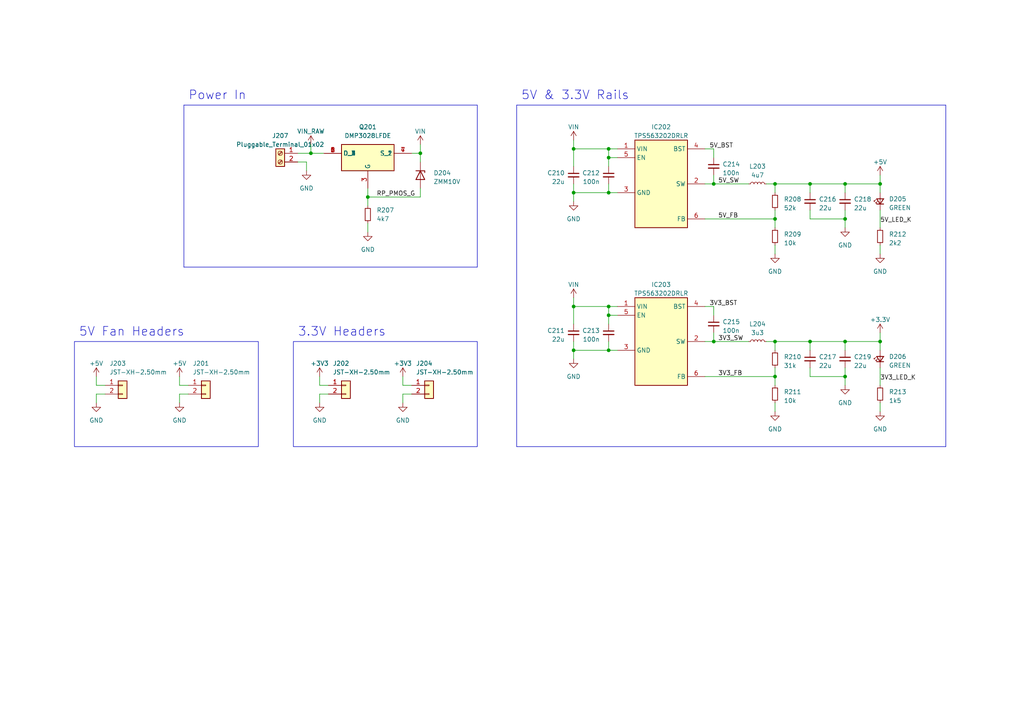
<source format=kicad_sch>
(kicad_sch (version 20230121) (generator eeschema)
  (paper "A4")
  (lib_symbols
    (symbol "DMP3028LFDE-7:DMP3028LFDE"
      (property "Reference" "Q" (at -6.35 8.89 0))
      (property "Value" "DMP3028LFDE" (at -6.35 6.35 0))
      (symbol "DMP3028LFDE_1_1"
        (rectangle (start -7.62 3.81) (end 7.62 -3.81) (stroke (width 0.254)) (fill (type background)))
        (pin passive line (at -12.7 1.27 0) (length 5.08) (name "D_1") (number "1"))
        (pin passive line (at -12.7 1.27 0) (length 5.08) (name "D_2") (number "2"))
        (pin passive line (at 0 -8.89 90) (length 5.08) (name "G") (number "3"))
        (pin passive line (at 12.7 1.27 180) (length 5.08) (name "S_1") (number "4"))
        (pin passive line (at -12.7 1.27 0) (length 5.08) (name "D_3") (number "5"))
        (pin passive line (at -12.7 1.27 0) (length 5.08) (name "D_4") (number "6"))
        (pin passive line (at 12.7 1.27 180) (length 5.08) (name "S_2") (number "7"))
      )
    )
    (symbol "Device:C_Small" (pin_numbers hide) (pin_names (offset 0.254) hide)
      (property "Reference" "C" (at 0.254 1.778 0))
      (property "Value" "C_Small" (at 0.254 -2.032 0))
      (symbol "C_Small_0_1"
        (polyline (pts (xy -1.524 -0.508) (xy 1.524 -0.508)) (stroke (width 0.3302)))
        (polyline (pts (xy -1.524 0.508) (xy 1.524 0.508)) (stroke (width 0.3048)))
      )
      (symbol "C_Small_1_1"
        (pin passive line (at 0 2.54 270) (length 2.032) (name "~") (number "1"))
        (pin passive line (at 0 -2.54 90) (length 2.032) (name "~") (number "2"))
      )
    )
    (symbol "Device:LED_Small" (pin_numbers hide) (pin_names (offset 0.254) hide)
      (property "Reference" "D" (at -1.27 3.175 0))
      (property "Value" "LED_Small" (at -4.445 -2.54 0))
      (symbol "LED_Small_0_1"
        (polyline (pts (xy -0.762 -1.016) (xy -0.762 1.016)) (stroke (width 0.254)))
        (polyline (pts (xy 1.016 0) (xy -0.762 0)))
        (polyline (pts (xy 0.762 -1.016) (xy -0.762 0) (xy 0.762 1.016) (xy 0.762 -1.016)) (stroke (width 0.254)))
        (polyline (pts (xy 0 0.762) (xy -0.508 1.27) (xy -0.254 1.27) (xy -0.508 1.27) (xy -0.508 1.016)))
        (polyline (pts (xy 0.508 1.27) (xy 0 1.778) (xy 0.254 1.778) (xy 0 1.778) (xy 0 1.524)))
      )
      (symbol "LED_Small_1_1"
        (pin passive line (at -2.54 0 0) (length 1.778) (name "K") (number "1"))
        (pin passive line (at 2.54 0 180) (length 1.778) (name "A") (number "2"))
      )
    )
    (symbol "Device:L_Small" (pin_numbers hide) (pin_names (offset 0.254) hide)
      (property "Reference" "L" (at 0.762 1.016 0))
      (property "Value" "L_Small" (at 0.762 -1.016 0))
      (symbol "L_Small_0_1"
        (arc (start 0 -2.032) (mid 0.5058 -1.524) (end 0 -1.016))
        (arc (start 0 -1.016) (mid 0.5058 -0.508) (end 0 0))
        (arc (start 0 0) (mid 0.5058 0.508) (end 0 1.016))
        (arc (start 0 1.016) (mid 0.5058 1.524) (end 0 2.032))
      )
      (symbol "L_Small_1_1"
        (pin passive line (at 0 2.54 270) (length 0.508) (name "~") (number "1"))
        (pin passive line (at 0 -2.54 90) (length 0.508) (name "~") (number "2"))
      )
    )
    (symbol "Device:R_Small" (pin_numbers hide) (pin_names (offset 0.254) hide)
      (property "Reference" "R" (at 0.762 0.508 0))
      (property "Value" "R_Small" (at 0.762 -1.016 0))
      (symbol "R_Small_0_1"
        (rectangle (start -0.762 1.778) (end 0.762 -1.778) (stroke (width 0.2032)))
      )
      (symbol "R_Small_1_1"
        (pin passive line (at 0 2.54 270) (length 0.762) (name "~") (number "1"))
        (pin passive line (at 0 -2.54 90) (length 0.762) (name "~") (number "2"))
      )
    )
    (symbol "Diode:ZMMxx" (pin_numbers hide) (pin_names hide)
      (property "Reference" "D" (at 0 2.54 0))
      (property "Value" "ZMMxx" (at 0 -2.54 0))
      (symbol "ZMMxx_0_1"
        (polyline (pts (xy 1.27 0) (xy -1.27 0)))
        (polyline (pts (xy -1.27 -1.27) (xy -1.27 1.27) (xy -0.762 1.27)) (stroke (width 0.254)))
        (polyline (pts (xy 1.27 -1.27) (xy 1.27 1.27) (xy -1.27 0) (xy 1.27 -1.27)) (stroke (width 0.254)))
      )
      (symbol "ZMMxx_1_1"
        (pin passive line (at -3.81 0 0) (length 2.54) (name "K") (number "1"))
        (pin passive line (at 3.81 0 180) (length 2.54) (name "A") (number "2"))
      )
    )
    (symbol "MSL_Symbols:JST_2.5mm_1x2" (pin_names (offset 0.002) hide)
      (property "Reference" "J" (at 0 7.62 0))
      (property "Value" "JST-XH-2.50mm" (at 0 5.08 0))
      (symbol "JST_2.5mm_1x2_1_1"
        (rectangle (start -1.27 -1.143) (end 0 -1.397) (stroke (width 0.1524)))
        (rectangle (start -1.27 1.397) (end 0 1.143) (stroke (width 0.1524)))
        (rectangle (start -1.27 2.54) (end 1.27 -2.54) (stroke (width 0.254)) (fill (type background)))
        (pin passive line (at -5.08 1.27 0) (length 3.81) (name "Pin_1") (number "1"))
        (pin passive line (at -5.08 -1.27 0) (length 3.81) (name "Pin_2") (number "2"))
      )
    )
    (symbol "MSL_Symbols:Pluggable_Terminal_01x02" (pin_names (offset 1.016) hide)
      (property "Reference" "J" (at 0 2.54 0))
      (property "Value" "Pluggable_Terminal_01x02" (at 0 -5.08 0))
      (symbol "Pluggable_Terminal_01x02_1_1"
        (rectangle (start -1.27 1.27) (end 1.27 -3.81) (stroke (width 0.254)) (fill (type background)))
        (circle (center 0 -2.54) (radius 0.635) (stroke (width 0.1524)))
        (polyline (pts (xy -0.5334 -2.2098) (xy 0.3302 -3.048)) (stroke (width 0.1524)))
        (polyline (pts (xy -0.5334 0.3302) (xy 0.3302 -0.508)) (stroke (width 0.1524)))
        (polyline (pts (xy -0.3556 -2.032) (xy 0.508 -2.8702)) (stroke (width 0.1524)))
        (polyline (pts (xy -0.3556 0.508) (xy 0.508 -0.3302)) (stroke (width 0.1524)))
        (circle (center 0 0) (radius 0.635) (stroke (width 0.1524)))
        (pin passive line (at -5.08 0 0) (length 3.81) (name "Pin_1") (number "1"))
        (pin passive line (at -5.08 -2.54 0) (length 3.81) (name "Pin_2") (number "2"))
      )
    )
    (symbol "MSL_Symbols:VIN_RAW" (power) (pin_names (offset 0))
      (property "Value" "VIN_RAW" (at 0 3.81 0))
      (symbol "VIN_RAW_0_1"
        (polyline (pts (xy -0.762 1.27) (xy 0 2.54)))
        (polyline (pts (xy 0 0) (xy 0 2.54)))
        (polyline (pts (xy 0 2.54) (xy 0.762 1.27)))
      )
      (symbol "VIN_RAW_1_1"
        (pin power_in line (at 0 0 90) (length 0) hide (name "VIN_RAW") (number "1"))
      )
    )
    (symbol "Personal Library:VIN" (power) (pin_names (offset 0))
      (property "Value" "VIN" (at 0 3.556 0))
      (symbol "VIN_0_1"
        (polyline (pts (xy -0.762 1.27) (xy 0 2.54)))
        (polyline (pts (xy 0 0) (xy 0 2.54)))
        (polyline (pts (xy 0 2.54) (xy 0.762 1.27)))
      )
      (symbol "VIN_1_1"
        (pin power_in line (at 0 0 90) (length 0) hide (name "VIN") (number "1"))
      )
    )
    (symbol "TPS563202DRLR:TPS563202DRLR"
      (property "Reference" "IC" (at 21.59 7.62 0))
      (property "Value" "TPS563202DRLR" (at 21.59 5.08 0))
      (symbol "TPS563202DRLR_1_1"
        (rectangle (start 5.08 2.54) (end 20.32 -22.86) (stroke (width 0.254)) (fill (type background)))
        (pin passive line (at 0 0 0) (length 5.08) (name "VIN") (number "1"))
        (pin passive line (at 25.4 -10.16 180) (length 5.08) (name "SW") (number "2"))
        (pin passive line (at 0 -12.7 0) (length 5.08) (name "GND") (number "3"))
        (pin passive line (at 25.4 0 180) (length 5.08) (name "BST") (number "4"))
        (pin passive line (at 0 -2.54 0) (length 5.08) (name "EN") (number "5"))
        (pin passive line (at 25.4 -20.32 180) (length 5.08) (name "FB") (number "6"))
      )
    )
    (symbol "power:+3.3V" (power) (pin_names (offset 0))
      (property "Value" "+3.3V" (at 0 3.556 0))
      (symbol "+3.3V_0_1"
        (polyline (pts (xy -0.762 1.27) (xy 0 2.54)))
        (polyline (pts (xy 0 0) (xy 0 2.54)))
        (polyline (pts (xy 0 2.54) (xy 0.762 1.27)))
      )
      (symbol "+3.3V_1_1"
        (pin power_in line (at 0 0 90) (length 0) hide (name "+3.3V") (number "1"))
      )
    )
    (symbol "power:+3V3" (power) (pin_names (offset 0))
      (property "Value" "+3V3" (at 0 3.556 0))
      (symbol "+3V3_0_1"
        (polyline (pts (xy -0.762 1.27) (xy 0 2.54)))
        (polyline (pts (xy 0 0) (xy 0 2.54)))
        (polyline (pts (xy 0 2.54) (xy 0.762 1.27)))
      )
      (symbol "+3V3_1_1"
        (pin power_in line (at 0 0 90) (length 0) hide (name "+3V3") (number "1"))
      )
    )
    (symbol "power:+5V" (power) (pin_names (offset 0))
      (property "Value" "+5V" (at 0 3.556 0))
      (symbol "+5V_0_1"
        (polyline (pts (xy -0.762 1.27) (xy 0 2.54)))
        (polyline (pts (xy 0 0) (xy 0 2.54)))
        (polyline (pts (xy 0 2.54) (xy 0.762 1.27)))
      )
      (symbol "+5V_1_1"
        (pin power_in line (at 0 0 90) (length 0) hide (name "+5V") (number "1"))
      )
    )
    (symbol "power:GND" (power) (pin_names (offset 0))
      (property "Value" "GND" (at 0 -3.81 0))
      (symbol "GND_0_1"
        (polyline (pts (xy 0 0) (xy 0 -1.27) (xy 1.27 -1.27) (xy 0 -2.54) (xy -1.27 -1.27) (xy 0 -1.27)))
      )
      (symbol "GND_1_1"
        (pin power_in line (at 0 0 270) (length 0) hide (name "GND") (number "1"))
      )
    )
  )
  (junction (at 176.53 45.72))
  (junction (at 234.95 99.06))
  (junction (at 224.79 109.22))
  (junction (at 176.53 43.18))
  (junction (at 245.11 109.22))
  (junction (at 245.11 63.5))
  (junction (at 106.68 57.15))
  (junction (at 224.79 53.34))
  (junction (at 255.27 99.06))
  (junction (at 176.53 91.44))
  (junction (at 176.53 55.88))
  (junction (at 255.27 53.34))
  (junction (at 166.37 88.9))
  (junction (at 207.01 53.34))
  (junction (at 166.37 43.18))
  (junction (at 245.11 53.34))
  (junction (at 224.79 63.5))
  (junction (at 234.95 53.34))
  (junction (at 166.37 55.88))
  (junction (at 90.17 44.45))
  (junction (at 207.01 99.06))
  (junction (at 166.37 101.6))
  (junction (at 176.53 88.9))
  (junction (at 245.11 99.06))
  (junction (at 176.53 101.6))
  (junction (at 224.79 99.06))
  (junction (at 121.92 44.45))
  (wire (pts (xy 234.95 99.06) (xy 224.79 99.06)))
  (wire (pts (xy 90.17 44.45) (xy 93.98 44.45)))
  (wire (pts (xy 176.53 99.06) (xy 176.53 101.6)))
  (wire (pts (xy 207.01 45.72) (xy 207.01 43.18)))
  (wire (pts (xy 30.48 111.76) (xy 27.94 111.76)))
  (wire (pts (xy 245.11 101.6) (xy 245.11 99.06)))
  (wire (pts (xy 95.25 111.76) (xy 92.71 111.76)))
  (wire (pts (xy 92.71 111.76) (xy 92.71 109.22)))
  (polyline (pts (xy 274.32 129.54) (xy 149.86 129.54)))
  (wire (pts (xy 207.01 53.34) (xy 204.47 53.34)))
  (wire (pts (xy 121.92 54.61) (xy 121.92 57.15)))
  (wire (pts (xy 106.68 57.15) (xy 106.68 54.61)))
  (wire (pts (xy 166.37 101.6) (xy 176.53 101.6)))
  (wire (pts (xy 176.53 43.18) (xy 176.53 45.72)))
  (wire (pts (xy 207.01 91.44) (xy 207.01 88.9)))
  (wire (pts (xy 119.38 111.76) (xy 116.84 111.76)))
  (wire (pts (xy 245.11 53.34) (xy 234.95 53.34)))
  (wire (pts (xy 245.11 99.06) (xy 234.95 99.06)))
  (wire (pts (xy 121.92 57.15) (xy 106.68 57.15)))
  (wire (pts (xy 166.37 88.9) (xy 176.53 88.9)))
  (wire (pts (xy 179.07 88.9) (xy 176.53 88.9)))
  (wire (pts (xy 207.01 96.52) (xy 207.01 99.06)))
  (wire (pts (xy 207.01 99.06) (xy 204.47 99.06)))
  (wire (pts (xy 255.27 96.52) (xy 255.27 99.06)))
  (wire (pts (xy 176.53 88.9) (xy 176.53 91.44)))
  (polyline (pts (xy 53.34 30.48) (xy 53.34 77.47)))
  (wire (pts (xy 88.9 49.53) (xy 88.9 46.99)))
  (wire (pts (xy 234.95 101.6) (xy 234.95 99.06)))
  (wire (pts (xy 106.68 57.15) (xy 106.68 59.69)))
  (wire (pts (xy 204.47 109.22) (xy 224.79 109.22)))
  (wire (pts (xy 166.37 88.9) (xy 166.37 93.98)))
  (wire (pts (xy 116.84 116.84) (xy 116.84 114.3)))
  (wire (pts (xy 166.37 43.18) (xy 166.37 48.26)))
  (wire (pts (xy 106.68 64.77) (xy 106.68 67.31)))
  (wire (pts (xy 255.27 60.96) (xy 255.27 66.04)))
  (wire (pts (xy 255.27 50.8) (xy 255.27 53.34)))
  (wire (pts (xy 166.37 53.34) (xy 166.37 55.88)))
  (wire (pts (xy 245.11 109.22) (xy 245.11 111.76)))
  (wire (pts (xy 121.92 44.45) (xy 119.38 44.45)))
  (wire (pts (xy 234.95 55.88) (xy 234.95 53.34)))
  (wire (pts (xy 222.25 53.34) (xy 224.79 53.34)))
  (wire (pts (xy 224.79 109.22) (xy 224.79 106.68)))
  (wire (pts (xy 179.07 91.44) (xy 176.53 91.44)))
  (wire (pts (xy 27.94 111.76) (xy 27.94 109.22)))
  (wire (pts (xy 234.95 53.34) (xy 224.79 53.34)))
  (wire (pts (xy 207.01 50.8) (xy 207.01 53.34)))
  (wire (pts (xy 166.37 43.18) (xy 176.53 43.18)))
  (wire (pts (xy 204.47 63.5) (xy 224.79 63.5)))
  (wire (pts (xy 95.25 114.3) (xy 92.71 114.3)))
  (wire (pts (xy 90.17 41.91) (xy 90.17 44.45)))
  (wire (pts (xy 166.37 55.88) (xy 176.53 55.88)))
  (wire (pts (xy 52.07 116.84) (xy 52.07 114.3)))
  (wire (pts (xy 207.01 43.18) (xy 204.47 43.18)))
  (polyline (pts (xy 274.32 30.48) (xy 274.32 129.54)))
  (wire (pts (xy 224.79 71.12) (xy 224.79 73.66)))
  (wire (pts (xy 166.37 55.88) (xy 166.37 58.42)))
  (wire (pts (xy 224.79 53.34) (xy 224.79 55.88)))
  (wire (pts (xy 255.27 116.84) (xy 255.27 119.38)))
  (wire (pts (xy 245.11 106.68) (xy 245.11 109.22)))
  (wire (pts (xy 166.37 40.64) (xy 166.37 43.18)))
  (wire (pts (xy 255.27 101.6) (xy 255.27 99.06)))
  (wire (pts (xy 234.95 106.68) (xy 234.95 109.22)))
  (wire (pts (xy 52.07 111.76) (xy 52.07 109.22)))
  (polyline (pts (xy 138.43 77.47) (xy 53.34 77.47)))
  (wire (pts (xy 224.79 99.06) (xy 224.79 101.6)))
  (wire (pts (xy 245.11 60.96) (xy 245.11 63.5)))
  (polyline (pts (xy 53.34 30.48) (xy 138.43 30.48)))
  (wire (pts (xy 179.07 43.18) (xy 176.53 43.18)))
  (wire (pts (xy 207.01 88.9) (xy 204.47 88.9)))
  (wire (pts (xy 255.27 53.34) (xy 245.11 53.34)))
  (wire (pts (xy 245.11 63.5) (xy 245.11 66.04)))
  (wire (pts (xy 255.27 99.06) (xy 245.11 99.06)))
  (wire (pts (xy 119.38 114.3) (xy 116.84 114.3)))
  (wire (pts (xy 234.95 109.22) (xy 245.11 109.22)))
  (wire (pts (xy 30.48 114.3) (xy 27.94 114.3)))
  (wire (pts (xy 54.61 111.76) (xy 52.07 111.76)))
  (wire (pts (xy 224.79 63.5) (xy 224.79 60.96)))
  (wire (pts (xy 255.27 106.68) (xy 255.27 111.76)))
  (wire (pts (xy 234.95 60.96) (xy 234.95 63.5)))
  (wire (pts (xy 54.61 114.3) (xy 52.07 114.3)))
  (wire (pts (xy 245.11 55.88) (xy 245.11 53.34)))
  (wire (pts (xy 121.92 41.91) (xy 121.92 44.45)))
  (wire (pts (xy 224.79 63.5) (xy 224.79 66.04)))
  (wire (pts (xy 88.9 46.99) (xy 86.36 46.99)))
  (wire (pts (xy 176.53 45.72) (xy 176.53 48.26)))
  (wire (pts (xy 92.71 116.84) (xy 92.71 114.3)))
  (wire (pts (xy 207.01 53.34) (xy 217.17 53.34)))
  (wire (pts (xy 179.07 45.72) (xy 176.53 45.72)))
  (wire (pts (xy 121.92 46.99) (xy 121.92 44.45)))
  (wire (pts (xy 234.95 63.5) (xy 245.11 63.5)))
  (wire (pts (xy 166.37 99.06) (xy 166.37 101.6)))
  (wire (pts (xy 224.79 109.22) (xy 224.79 111.76)))
  (wire (pts (xy 176.53 101.6) (xy 179.07 101.6)))
  (wire (pts (xy 176.53 55.88) (xy 179.07 55.88)))
  (wire (pts (xy 255.27 71.12) (xy 255.27 73.66)))
  (wire (pts (xy 166.37 86.36) (xy 166.37 88.9)))
  (polyline (pts (xy 149.86 30.48) (xy 274.32 30.48)))
  (wire (pts (xy 116.84 111.76) (xy 116.84 109.22)))
  (polyline (pts (xy 149.86 30.48) (xy 149.86 129.54)))
  (wire (pts (xy 166.37 101.6) (xy 166.37 104.14)))
  (wire (pts (xy 224.79 116.84) (xy 224.79 119.38)))
  (wire (pts (xy 222.25 99.06) (xy 224.79 99.06)))
  (wire (pts (xy 86.36 44.45) (xy 90.17 44.45)))
  (wire (pts (xy 207.01 99.06) (xy 217.17 99.06)))
  (wire (pts (xy 27.94 116.84) (xy 27.94 114.3)))
  (polyline (pts (xy 138.43 30.48) (xy 138.43 77.47)))
  (wire (pts (xy 176.53 91.44) (xy 176.53 93.98)))
  (wire (pts (xy 255.27 55.88) (xy 255.27 53.34)))
  (wire (pts (xy 176.53 53.34) (xy 176.53 55.88)))
  (rectangle (start 85.09 99.06) (end 138.43 129.54))
  (rectangle (start 21.59 99.06) (end 74.93 129.54))
  (text "5V & 3.3V Rails" (at 151.13 29.21 0) (effects (font (size 2.54 2.54)) (justify left bottom)))
  (text "3.3V Headers" (at 86.36 97.79 0) (effects (font (size 2.54 2.54)) (justify left bottom)))
  (text "5V Fan Headers" (at 22.86 97.79 0) (effects (font (size 2.54 2.54)) (justify left bottom)))
  (text "Power In" (at 54.61 29.21 0) (effects (font (size 2.54 2.54)) (justify left bottom)))
  (label "3V3_LED_K" (at 255.27 110.49 0))
  (label "3V3_BST" (at 205.74 88.9 0))
  (label "5V_SW" (at 208.28 53.34 0))
  (label "5V_BST" (at 205.74 43.18 0))
  (label "RP_PMOS_G" (at 109.22 57.15 0))
  (label "5V_LED_K" (at 255.27 64.77 0))
  (label "3V3_FB" (at 208.28 109.22 0))
  (label "3V3_SW" (at 208.28 99.06 0))
  (label "5V_FB" (at 208.28 63.5 0))
  (symbol (lib_id "Device:C_Small") (at 166.37 96.52 0) (mirror y) (unit 1)
    (property "Reference" "C211" (at 163.83 95.8913 0) (effects (justify left)))
    (property "Value" "22u" (at 163.83 98.4313 0) (effects (justify left)))
    (property "Footprint" "Capacitor_SMD:C_0603_1608Metric" (effects hide))
    (instances (project "Sensor Hub Board" (path "" (reference "C211") (unit 1))) (project "Power Board" (path "" (reference "C207") (unit 1))) (project "101 PCB" (path "" (reference "C106") (unit 1))))
  )
  (symbol (lib_id "Device:R_Small") (at 106.68 62.23 0) (unit 1)
    (property "Reference" "R207" (at 109.22 60.96 0) (effects (justify left)))
    (property "Value" "4k7" (at 109.22 63.5 0) (effects (justify left)))
    (property "Footprint" "Resistor_SMD:R_0402_1005Metric" (effects hide))
    (instances (project "Sensor Hub Board" (path "" (reference "R207") (unit 1))) (project "101 PCB" (path "" (reference "R108") (unit 1))))
  )
  (symbol (lib_id "Device:R_Small") (at 255.27 114.3 0) (unit 1)
    (property "Reference" "R213" (at 257.81 113.665 0) (effects (justify left)))
    (property "Value" "1k5" (at 257.81 116.205 0) (effects (justify left)))
    (property "Footprint" "Resistor_SMD:R_0402_1005Metric" (effects hide))
    (instances (project "Sensor Hub Board" (path "" (reference "R213") (unit 1))) (project "Power Board" (path "" (reference "R220") (unit 1))) (project "101 PCB" (path "" (reference "R106") (unit 1))))
  )
  (symbol (lib_id "MSL_Symbols:VIN_RAW") (at 90.17 41.91 0) (unit 1)
    (property "Reference" "#PWR0230" (effects hide))
    (property "Value" "VIN_RAW" (at 90.17 38.1 0))
  )
  (symbol (lib_id "power:+5V") (at 52.07 109.22 0) (mirror y) (unit 1)
    (property "Reference" "#PWR026" (effects hide))
    (property "Value" "+5V" (at 52.07 105.41 0))
    (instances (project "DE10-lite_shield" (path "" (reference "#PWR026") (unit 1)) (path "" (reference "#PWR033") (unit 1))) (project "Sensor Hub Board" (path "" (reference "#PWR0210") (unit 1))) (project "Power Board" (path "" (reference "#PWR034") (unit 1))))
  )
  (symbol (lib_id "power:GND") (at 106.68 67.31 0) (unit 1)
    (property "Reference" "#PWR0231" (effects hide))
    (property "Value" "GND" (at 106.68 72.39 0))
    (instances (project "Sensor Hub Board" (path "" (reference "#PWR0231") (unit 1))) (project "101 PCB" (path "" (reference "#PWR0168") (unit 1))))
  )
  (symbol (lib_id "Device:LED_Small") (at 255.27 58.42 90) (unit 1)
    (property "Reference" "D205" (at 257.81 57.7215 90) (effects (justify right)))
    (property "Value" "GREEN" (at 257.81 60.2615 90) (effects (justify right)))
    (property "Footprint" "LED_SMD:LED_0603_1608Metric" (effects hide))
    (instances (project "Sensor Hub Board" (path "" (reference "D205") (unit 1))) (project "Power Board" (path "" (reference "D201") (unit 1))) (project "101 PCB" (path "" (reference "D101") (unit 1))))
  )
  (symbol (lib_id "Device:R_Small") (at 224.79 68.58 0) (unit 1)
    (property "Reference" "R209" (at 227.33 67.945 0) (effects (justify left)))
    (property "Value" "10k" (at 227.33 70.485 0) (effects (justify left)))
    (property "Footprint" "Resistor_SMD:R_0402_1005Metric" (effects hide))
    (instances (project "Sensor Hub Board" (path "" (reference "R209") (unit 1))) (project "Power Board" (path "" (reference "R216") (unit 1))) (project "101 PCB" (path "" (reference "R102") (unit 1))))
  )
  (symbol (lib_id "Personal Library:VIN") (at 166.37 86.36 0) (unit 1)
    (property "Reference" "#PWR0237" (effects hide))
    (property "Value" "VIN" (at 166.37 82.55 0))
  )
  (symbol (lib_id "Device:C_Small") (at 234.95 104.14 0) (unit 1)
    (property "Reference" "C217" (at 237.49 103.5113 0) (effects (justify left)))
    (property "Value" "22u" (at 237.49 106.0513 0) (effects (justify left)))
    (property "Footprint" "Capacitor_SMD:C_0603_1608Metric" (effects hide))
    (instances (project "Sensor Hub Board" (path "" (reference "C217") (unit 1))) (project "Power Board" (path "" (reference "C218") (unit 1))) (project "101 PCB" (path "" (reference "C109") (unit 1))))
  )
  (symbol (lib_id "power:GND") (at 166.37 58.42 0) (unit 1)
    (property "Reference" "#PWR0236" (effects hide))
    (property "Value" "GND" (at 166.37 63.5 0))
    (instances (project "Sensor Hub Board" (path "" (reference "#PWR0236") (unit 1))) (project "Power Board" (path "" (reference "#PWR0237") (unit 1))) (project "101 PCB" (path "" (reference "#PWR0104") (unit 1))))
  )
  (symbol (lib_id "power:GND") (at 166.37 104.14 0) (unit 1)
    (property "Reference" "#PWR0238" (effects hide))
    (property "Value" "GND" (at 166.37 109.22 0))
    (instances (project "Sensor Hub Board" (path "" (reference "#PWR0238") (unit 1))) (project "Power Board" (path "" (reference "#PWR0242") (unit 1))) (project "101 PCB" (path "" (reference "#PWR0111") (unit 1))))
  )
  (symbol (lib_id "Personal Library:VIN") (at 166.37 40.64 0) (unit 1)
    (property "Reference" "#PWR0235" (effects hide))
    (property "Value" "VIN" (at 166.37 36.83 0))
  )
  (symbol (lib_id "power:+3.3V") (at 255.27 96.52 0) (unit 1)
    (property "Reference" "#PWR0245" (effects hide))
    (property "Value" "+3.3V" (at 255.27 92.71 0))
    (instances (project "Sensor Hub Board" (path "" (reference "#PWR0245") (unit 1))) (project "Power Board" (path "" (reference "#PWR0251") (unit 1))) (project "101 PCB" (path "" (reference "#PWR0114") (unit 1))))
  )
  (symbol (lib_id "power:GND") (at 52.07 116.84 0) (mirror y) (unit 1)
    (property "Reference" "#PWR072" (effects hide))
    (property "Value" "GND" (at 52.07 121.92 0))
    (instances (project "DE10-lite_shield" (path "" (reference "#PWR072") (unit 1)) (path "" (reference "#PWR072") (unit 1))) (project "Sensor Hub Board" (path "" (reference "#PWR0211") (unit 1))) (project "Power Board" (path "" (reference "#PWR037") (unit 1))))
  )
  (symbol (lib_id "power:+5V") (at 255.27 50.8 0) (unit 1)
    (property "Reference" "#PWR0243" (effects hide))
    (property "Value" "+5V" (at 255.27 46.99 0))
    (instances (project "Sensor Hub Board" (path "" (reference "#PWR0243") (unit 1))) (project "Power Board" (path "" (reference "#PWR0248") (unit 1))) (project "101 PCB" (path "" (reference "#PWR0118") (unit 1))))
  )
  (symbol (lib_id "Device:C_Small") (at 207.01 48.26 0) (unit 1)
    (property "Reference" "C214" (at 209.55 47.6313 0) (effects (justify left)))
    (property "Value" "100n" (at 209.55 50.1713 0) (effects (justify left)))
    (property "Footprint" "Capacitor_SMD:C_0402_1005Metric" (effects hide))
    (instances (project "Sensor Hub Board" (path "" (reference "C214") (unit 1))) (project "Power Board" (path "" (reference "C213") (unit 1))) (project "101 PCB" (path "" (reference "C101") (unit 1))))
  )
  (symbol (lib_id "Device:L_Small") (at 219.71 53.34 90) (unit 1)
    (property "Reference" "L203" (at 219.71 48.26 90))
    (property "Value" "4u7" (at 219.71 50.8 90))
    (property "Footprint" "Inductor_SMD:L_Chilisin_BMRA00040420" (effects hide))
    (instances (project "Sensor Hub Board" (path "" (reference "L203") (unit 1))) (project "Power Board" (path "" (reference "L201") (unit 1))) (project "101 PCB" (path "" (reference "L101") (unit 1))))
  )
  (symbol (lib_id "MSL_Symbols:JST_2.5mm_1x2") (at 59.69 113.03 0) (unit 1)
    (property "Reference" "J201" (at 55.88 105.41 0) (effects (justify left)))
    (property "Value" "JST-XH-2.50mm" (at 55.88 107.95 0) (effects (justify left)))
    (property "Footprint" "Connector_JST:JST_XH_B2B-XH-A_1x02_P2.50mm_Vertical" (effects hide))
  )
  (symbol (lib_id "Device:R_Small") (at 224.79 104.14 0) (unit 1)
    (property "Reference" "R210" (at 227.33 103.505 0) (effects (justify left)))
    (property "Value" "31k" (at 227.33 106.045 0) (effects (justify left)))
    (property "Footprint" "Resistor_SMD:R_0402_1005Metric" (effects hide))
    (instances (project "Sensor Hub Board" (path "" (reference "R210") (unit 1))) (project "Power Board" (path "" (reference "R217") (unit 1))) (project "101 PCB" (path "" (reference "R104") (unit 1))))
  )
  (symbol (lib_id "Device:C_Small") (at 207.01 93.98 0) (unit 1)
    (property "Reference" "C215" (at 209.55 93.3513 0) (effects (justify left)))
    (property "Value" "100n" (at 209.55 95.8913 0) (effects (justify left)))
    (property "Footprint" "Capacitor_SMD:C_0402_1005Metric" (effects hide))
    (instances (project "Sensor Hub Board" (path "" (reference "C215") (unit 1))) (project "Power Board" (path "" (reference "C214") (unit 1))) (project "101 PCB" (path "" (reference "C108") (unit 1))))
  )
  (symbol (lib_id "power:GND") (at 255.27 119.38 0) (unit 1)
    (property "Reference" "#PWR0246" (effects hide))
    (property "Value" "GND" (at 255.27 124.46 0))
    (instances (project "Sensor Hub Board" (path "" (reference "#PWR0246") (unit 1))) (project "Power Board" (path "" (reference "#PWR0252") (unit 1))) (project "101 PCB" (path "" (reference "#PWR0115") (unit 1))))
  )
  (symbol (lib_id "Device:R_Small") (at 224.79 114.3 0) (unit 1)
    (property "Reference" "R211" (at 227.33 113.665 0) (effects (justify left)))
    (property "Value" "10k" (at 227.33 116.205 0) (effects (justify left)))
    (property "Footprint" "Resistor_SMD:R_0402_1005Metric" (effects hide))
    (instances (project "Sensor Hub Board" (path "" (reference "R211") (unit 1))) (project "Power Board" (path "" (reference "R218") (unit 1))) (project "101 PCB" (path "" (reference "R105") (unit 1))))
  )
  (symbol (lib_id "Personal Library:VIN") (at 121.92 41.91 0) (unit 1)
    (property "Reference" "#PWR0234" (effects hide))
    (property "Value" "VIN" (at 121.92 38.1 0))
  )
  (symbol (lib_id "Device:C_Small") (at 245.11 58.42 0) (unit 1)
    (property "Reference" "C218" (at 247.65 57.7913 0) (effects (justify left)))
    (property "Value" "22u" (at 247.65 60.3313 0) (effects (justify left)))
    (property "Footprint" "Capacitor_SMD:C_0603_1608Metric" (effects hide))
    (instances (project "Sensor Hub Board" (path "" (reference "C218") (unit 1))) (project "Power Board" (path "" (reference "C219") (unit 1))) (project "101 PCB" (path "" (reference "C104") (unit 1))))
  )
  (symbol (lib_id "DMP3028LFDE-7:DMP3028LFDE") (at 106.68 45.72 0) (unit 1)
    (property "Reference" "Q201" (at 106.68 36.83 0))
    (property "Value" "DMP3028LFDE" (at 106.68 39.37 0))
    (property "Footprint" "MSL Footprints:DMP2066UFDE7" (effects hide))
    (property "Datasheet" "https://www.diodes.com/assets/Datasheets/DMP3028LFDE.pdf" (effects hide))
    (property "Manufacturer_Name" "Diodes Inc." (effects hide))
    (property "Manufacturer_Part_Number" "DMP3028LFDE-7" (effects hide))
    (property "Mouser Part Number" "621-DMP3028LFDE-7" (effects hide))
    (property "Mouser Price/Stock" "https://www.mouser.co.uk/ProductDetail/Diodes-Incorporated/DMP3028LFDE-7?qs=wo71MgyKIyE%2FG8iDJwxqKA%3D%3D" (effects hide))
    (property "Arrow Part Number" "DMP3028LFDE-7" (effects hide))
    (property "Arrow Price/Stock" "https://www.arrow.com/en/products/dmp3028lfde-7/diodes-incorporated?region=nac" (effects hide))
    (instances (project "Sensor Hub Board" (path "" (reference "Q201") (unit 1))) (project "101 PCB" (path "" (reference "Q101") (unit 1))))
  )
  (symbol (lib_id "Device:C_Small") (at 234.95 58.42 0) (unit 1)
    (property "Reference" "C216" (at 237.49 57.7913 0) (effects (justify left)))
    (property "Value" "22u" (at 237.49 60.3313 0) (effects (justify left)))
    (property "Footprint" "Capacitor_SMD:C_0603_1608Metric" (effects hide))
    (instances (project "Sensor Hub Board" (path "" (reference "C216") (unit 1))) (project "Power Board" (path "" (reference "C215") (unit 1))) (project "101 PCB" (path "" (reference "C103") (unit 1))))
  )
  (symbol (lib_id "Device:C_Small") (at 176.53 96.52 0) (mirror y) (unit 1)
    (property "Reference" "C213" (at 173.99 95.8913 0) (effects (justify left)))
    (property "Value" "100n" (at 173.99 98.4313 0) (effects (justify left)))
    (property "Footprint" "Capacitor_SMD:C_0402_1005Metric" (effects hide))
    (instances (project "Sensor Hub Board" (path "" (reference "C213") (unit 1))) (project "Power Board" (path "" (reference "C209") (unit 1))) (project "101 PCB" (path "" (reference "C107") (unit 1))))
  )
  (symbol (lib_id "Device:R_Small") (at 224.79 58.42 0) (unit 1)
    (property "Reference" "R208" (at 227.33 57.785 0) (effects (justify left)))
    (property "Value" "52k" (at 227.33 60.325 0) (effects (justify left)))
    (property "Footprint" "Resistor_SMD:R_0402_1005Metric" (effects hide))
    (instances (project "Sensor Hub Board" (path "" (reference "R208") (unit 1))) (project "Power Board" (path "" (reference "R215") (unit 1))) (project "101 PCB" (path "" (reference "R101") (unit 1))))
  )
  (symbol (lib_id "power:GND") (at 92.71 116.84 0) (mirror y) (unit 1)
    (property "Reference" "#PWR072" (effects hide))
    (property "Value" "GND" (at 92.71 121.92 0))
    (instances (project "DE10-lite_shield" (path "" (reference "#PWR072") (unit 1)) (path "" (reference "#PWR072") (unit 1))) (project "Sensor Hub Board" (path "" (reference "#PWR0218") (unit 1))) (project "Power Board" (path "" (reference "#PWR037") (unit 1))))
  )
  (symbol (lib_id "power:GND") (at 224.79 119.38 0) (unit 1)
    (property "Reference" "#PWR0240" (effects hide))
    (property "Value" "GND" (at 224.79 124.46 0))
    (instances (project "Sensor Hub Board" (path "" (reference "#PWR0240") (unit 1))) (project "Power Board" (path "" (reference "#PWR0245") (unit 1))) (project "101 PCB" (path "" (reference "#PWR0112") (unit 1))))
  )
  (symbol (lib_id "MSL_Symbols:JST_2.5mm_1x2") (at 124.46 113.03 0) (unit 1)
    (property "Reference" "J204" (at 120.65 105.41 0) (effects (justify left)))
    (property "Value" "JST-XH-2.50mm" (at 120.65 107.95 0) (effects (justify left)))
    (property "Footprint" "Connector_JST:JST_XH_B2B-XH-A_1x02_P2.50mm_Vertical" (effects hide))
  )
  (symbol (lib_id "MSL_Symbols:JST_2.5mm_1x2") (at 100.33 113.03 0) (unit 1)
    (property "Reference" "J202" (at 96.52 105.41 0) (effects (justify left)))
    (property "Value" "JST-XH-2.50mm" (at 96.52 107.95 0) (effects (justify left)))
    (property "Footprint" "Connector_JST:JST_XH_B2B-XH-A_1x02_P2.50mm_Vertical" (effects hide))
  )
  (symbol (lib_id "MSL_Symbols:Pluggable_Terminal_01x02") (at 81.28 44.45 0) (mirror y) (unit 1)
    (property "Reference" "J207" (at 81.28 39.37 0))
    (property "Value" "Pluggable_Terminal_01x02" (at 81.28 41.91 0))
    (property "Footprint" "MSL Footprints:Pluggable_terminal-2_P5.08mm" (effects hide))
  )
  (symbol (lib_id "power:GND") (at 88.9 49.53 0) (unit 1)
    (property "Reference" "#PWR0229" (effects hide))
    (property "Value" "GND" (at 88.9 54.61 0))
  )
  (symbol (lib_id "power:GND") (at 116.84 116.84 0) (mirror y) (unit 1)
    (property "Reference" "#PWR072" (effects hide))
    (property "Value" "GND" (at 116.84 121.92 0))
    (instances (project "DE10-lite_shield" (path "" (reference "#PWR072") (unit 1)) (path "" (reference "#PWR072") (unit 1))) (project "Sensor Hub Board" (path "" (reference "#PWR0224") (unit 1))) (project "Power Board" (path "" (reference "#PWR037") (unit 1))))
  )
  (symbol (lib_id "power:GND") (at 224.79 73.66 0) (unit 1)
    (property "Reference" "#PWR0239" (effects hide))
    (property "Value" "GND" (at 224.79 78.74 0))
    (instances (project "Sensor Hub Board" (path "" (reference "#PWR0239") (unit 1))) (project "Power Board" (path "" (reference "#PWR0243") (unit 1))) (project "101 PCB" (path "" (reference "#PWR0106") (unit 1))))
  )
  (symbol (lib_id "power:+3V3") (at 116.84 109.22 0) (unit 1)
    (property "Reference" "#PWR027" (effects hide))
    (property "Value" "+3V3" (at 116.84 105.41 0))
    (instances (project "DE10-lite_shield" (path "" (reference "#PWR027") (unit 1)) (path "" (reference "#PWR070") (unit 1))) (project "Sensor Hub Board" (path "" (reference "#PWR0223") (unit 1))) (project "Power Board" (path "" (reference "#PWR036") (unit 1))))
  )
  (symbol (lib_id "power:+3V3") (at 92.71 109.22 0) (unit 1)
    (property "Reference" "#PWR027" (effects hide))
    (property "Value" "+3V3" (at 92.71 105.41 0))
    (instances (project "DE10-lite_shield" (path "" (reference "#PWR027") (unit 1)) (path "" (reference "#PWR070") (unit 1))) (project "Sensor Hub Board" (path "" (reference "#PWR0217") (unit 1))) (project "Power Board" (path "" (reference "#PWR036") (unit 1))))
  )
  (symbol (lib_id "power:GND") (at 245.11 111.76 0) (unit 1)
    (property "Reference" "#PWR0242" (effects hide))
    (property "Value" "GND" (at 245.11 116.84 0))
    (instances (project "Sensor Hub Board" (path "" (reference "#PWR0242") (unit 1))) (project "Power Board" (path "" (reference "#PWR0247") (unit 1))) (project "101 PCB" (path "" (reference "#PWR0113") (unit 1))))
  )
  (symbol (lib_id "Device:C_Small") (at 176.53 50.8 0) (mirror y) (unit 1)
    (property "Reference" "C212" (at 173.99 50.1713 0) (effects (justify left)))
    (property "Value" "100n" (at 173.99 52.7113 0) (effects (justify left)))
    (property "Footprint" "Capacitor_SMD:C_0402_1005Metric" (effects hide))
    (instances (project "Sensor Hub Board" (path "" (reference "C212") (unit 1))) (project "Power Board" (path "" (reference "C208") (unit 1))) (project "101 PCB" (path "" (reference "C102") (unit 1))))
  )
  (symbol (lib_id "MSL_Symbols:JST_2.5mm_1x2") (at 35.56 113.03 0) (unit 1)
    (property "Reference" "J203" (at 31.75 105.41 0) (effects (justify left)))
    (property "Value" "JST-XH-2.50mm" (at 31.75 107.95 0) (effects (justify left)))
    (property "Footprint" "Connector_JST:JST_XH_B2B-XH-A_1x02_P2.50mm_Vertical" (effects hide))
  )
  (symbol (lib_id "power:+5V") (at 27.94 109.22 0) (mirror y) (unit 1)
    (property "Reference" "#PWR026" (effects hide))
    (property "Value" "+5V" (at 27.94 105.41 0))
    (instances (project "DE10-lite_shield" (path "" (reference "#PWR026") (unit 1)) (path "" (reference "#PWR033") (unit 1))) (project "Sensor Hub Board" (path "" (reference "#PWR0207") (unit 1))) (project "Power Board" (path "" (reference "#PWR034") (unit 1))))
  )
  (symbol (lib_id "Device:C_Small") (at 245.11 104.14 0) (unit 1)
    (property "Reference" "C219" (at 247.65 103.5113 0) (effects (justify left)))
    (property "Value" "22u" (at 247.65 106.0513 0) (effects (justify left)))
    (property "Footprint" "Capacitor_SMD:C_0603_1608Metric" (effects hide))
    (instances (project "Sensor Hub Board" (path "" (reference "C219") (unit 1))) (project "Power Board" (path "" (reference "C226") (unit 1))) (project "101 PCB" (path "" (reference "C110") (unit 1))))
  )
  (symbol (lib_id "Diode:ZMMxx") (at 121.92 50.8 270) (unit 1)
    (property "Reference" "D204" (at 125.73 50.165 90) (effects (justify left)))
    (property "Value" "ZMM10V" (at 125.73 52.705 90) (effects (justify left)))
    (property "Footprint" "Diode_SMD:D_MiniMELF" (effects hide))
    (property "Datasheet" "https://diotec.com/tl_files/diotec/files/pdf/datasheets/zmm1.pdf" (effects hide))
    (instances (project "Sensor Hub Board" (path "" (reference "D204") (unit 1))) (project "101 PCB" (path "" (reference "D104") (unit 1))))
  )
  (symbol (lib_id "power:GND") (at 245.11 66.04 0) (unit 1)
    (property "Reference" "#PWR0241" (effects hide))
    (property "Value" "GND" (at 245.11 71.12 0))
    (instances (project "Sensor Hub Board" (path "" (reference "#PWR0241") (unit 1))) (project "Power Board" (path "" (reference "#PWR0246") (unit 1))) (project "101 PCB" (path "" (reference "#PWR0108") (unit 1))))
  )
  (symbol (lib_id "power:GND") (at 27.94 116.84 0) (mirror y) (unit 1)
    (property "Reference" "#PWR072" (effects hide))
    (property "Value" "GND" (at 27.94 121.92 0))
    (instances (project "DE10-lite_shield" (path "" (reference "#PWR072") (unit 1)) (path "" (reference "#PWR072") (unit 1))) (project "Sensor Hub Board" (path "" (reference "#PWR0208") (unit 1))) (project "Power Board" (path "" (reference "#PWR037") (unit 1))))
  )
  (symbol (lib_id "Device:LED_Small") (at 255.27 104.14 90) (unit 1)
    (property "Reference" "D206" (at 257.81 103.4415 90) (effects (justify right)))
    (property "Value" "GREEN" (at 257.81 105.9815 90) (effects (justify right)))
    (property "Footprint" "LED_SMD:LED_0603_1608Metric" (effects hide))
    (instances (project "Sensor Hub Board" (path "" (reference "D206") (unit 1))) (project "Power Board" (path "" (reference "D202") (unit 1))) (project "101 PCB" (path "" (reference "D102") (unit 1))))
  )
  (symbol (lib_id "power:GND") (at 255.27 73.66 0) (unit 1)
    (property "Reference" "#PWR0244" (effects hide))
    (property "Value" "GND" (at 255.27 78.74 0))
    (instances (project "Sensor Hub Board" (path "" (reference "#PWR0244") (unit 1))) (project "Power Board" (path "" (reference "#PWR0250") (unit 1))) (project "101 PCB" (path "" (reference "#PWR0109") (unit 1))))
  )
  (symbol (lib_id "TPS563202DRLR:TPS563202DRLR") (at 179.07 88.9 0) (unit 1)
    (property "Reference" "IC203" (at 191.77 82.55 0))
    (property "Value" "TPS563202DRLR" (at 191.77 85.09 0))
    (property "Footprint" "MSL Footprints:SOTFL50P160X60-6N" (effects hide))
    (property "Datasheet" "https://www.ti.com/lit/ds/symlink/tps563202.pdf?ts=1603808321713&ref_url=https%253A%252F%252Fwww.mouser.de%252F" (effects hide))
    (property "Height" "0.6" (effects hide))
    (property "Manufacturer_Name" "Texas Instruments" (effects hide))
    (property "Manufacturer_Part_Number" "TPS563202DRLR" (effects hide))
    (property "Mouser Part Number" "595-TPS563202DRLR" (effects hide))
    (property "Mouser Price/Stock" "https://www.mouser.co.uk/ProductDetail/Texas-Instruments/TPS563202DRLR?qs=hWgE7mdIu5QK%2FoCD%2F%2FSgyQ%3D%3D" (effects hide))
    (property "Arrow Part Number" "TPS563202DRLR" (effects hide))
    (property "Arrow Price/Stock" "https://www.arrow.com/en/products/tps563202drlr/texas-instruments?region=nac" (effects hide))
    (instances (project "Sensor Hub Board" (path "" (reference "IC203") (unit 1))) (project "Power Board" (path "" (reference "IC204") (unit 1))))
  )
  (symbol (lib_id "TPS563202DRLR:TPS563202DRLR") (at 179.07 43.18 0) (unit 1)
    (property "Reference" "IC202" (at 191.77 36.83 0))
    (property "Value" "TPS563202DRLR" (at 191.77 39.37 0))
    (property "Footprint" "MSL Footprints:SOTFL50P160X60-6N" (effects hide))
    (property "Datasheet" "https://www.ti.com/lit/ds/symlink/tps563202.pdf?ts=1603808321713&ref_url=https%253A%252F%252Fwww.mouser.de%252F" (effects hide))
    (property "Height" "0.6" (effects hide))
    (property "Manufacturer_Name" "Texas Instruments" (effects hide))
    (property "Manufacturer_Part_Number" "TPS563202DRLR" (effects hide))
    (property "Mouser Part Number" "595-TPS563202DRLR" (effects hide))
    (property "Mouser Price/Stock" "https://www.mouser.co.uk/ProductDetail/Texas-Instruments/TPS563202DRLR?qs=hWgE7mdIu5QK%2FoCD%2F%2FSgyQ%3D%3D" (effects hide))
    (property "Arrow Part Number" "TPS563202DRLR" (effects hide))
    (property "Arrow Price/Stock" "https://www.arrow.com/en/products/tps563202drlr/texas-instruments?region=nac" (effects hide))
    (instances (project "Sensor Hub Board" (path "" (reference "IC202") (unit 1))) (project "Power Board" (path "" (reference "IC206") (unit 1))))
  )
  (symbol (lib_id "Device:C_Small") (at 166.37 50.8 0) (mirror y) (unit 1)
    (property "Reference" "C210" (at 163.83 50.1713 0) (effects (justify left)))
    (property "Value" "22u" (at 163.83 52.7113 0) (effects (justify left)))
    (property "Footprint" "Capacitor_SMD:C_0603_1608Metric" (effects hide))
    (instances (project "Sensor Hub Board" (path "" (reference "C210") (unit 1))) (project "Power Board" (path "" (reference "C206") (unit 1))) (project "101 PCB" (path "" (reference "C105") (unit 1))))
  )
  (symbol (lib_id "Device:R_Small") (at 255.27 68.58 0) (unit 1)
    (property "Reference" "R212" (at 257.81 67.945 0) (effects (justify left)))
    (property "Value" "2k2" (at 257.81 70.485 0) (effects (justify left)))
    (property "Footprint" "Resistor_SMD:R_0402_1005Metric" (effects hide))
    (instances (project "Sensor Hub Board" (path "" (reference "R212") (unit 1))) (project "Power Board" (path "" (reference "R219") (unit 1))) (project "101 PCB" (path "" (reference "R103") (unit 1))))
  )
  (symbol (lib_id "Device:L_Small") (at 219.71 99.06 90) (unit 1)
    (property "Reference" "L204" (at 219.71 93.98 90))
    (property "Value" "3u3" (at 219.71 96.52 90))
    (property "Footprint" "Inductor_SMD:L_Chilisin_BMRA00040420" (effects hide))
    (instances (project "Sensor Hub Board" (path "" (reference "L204") (unit 1))) (project "Power Board" (path "" (reference "L202") (unit 1))) (project "101 PCB" (path "" (reference "L102") (unit 1))))
  )
)
</source>
